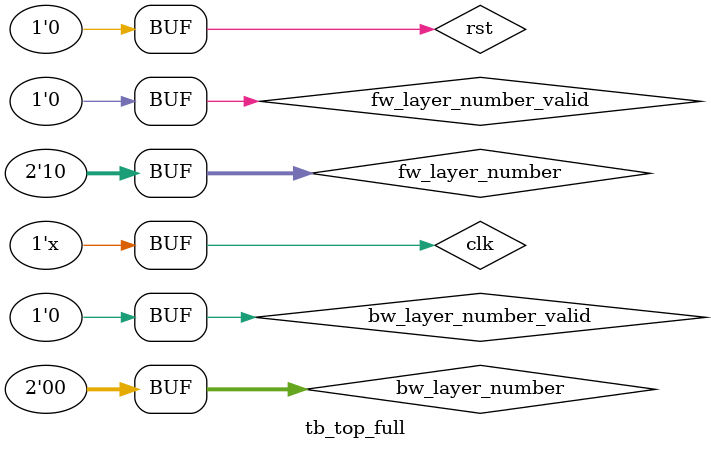
<source format=v>
module tb_top_full;

    parameter NEURON_NUM          = 4,
              NEURON_OUTPUT_WIDTH = 12,
              ACTIVATION_WIDTH    = 9,
              WEIGHT_CELL_WIDTH   = 16,
              DELTA_CELL_WIDTH    = 9,
              FRACTION            = 8,
              DATASET_ADDR_WIDTH  = 10,
              MAX_SAMPLES         = 1000,
              LAYER_ADDR_WIDTH    = 2,
              LEARNING_RATE_SHIFT = 0,
              LAYER_MAX           = 2,
              WEIGHT_INIT_FILE    = "weights4x4.list",
              INPUT_SAMPLES_FILE  = "inputs4.list",
              OUTPUT_SAMPLES_FILE = "targets4.list";

    ////////////////////////////////////////////////////////////////////////////////////////////////////
    // Wires & regs
    ////////////////////////////////////////////////////////////////////////////////////////////////////

    reg clk, rst;

    wire [NEURON_NUM*ACTIVATION_WIDTH-1:0] network_inputs, network_inputs_1, network_inputs_2, input_zero;
    wire network_inputs_valid, network_inputs_ready;
    wire network_inputs_1_valid, network_inputs_1_ready; 
    wire network_inputs_2_valid, network_inputs_2_ready;

    // stack input & predecessors
    wire [NEURON_NUM*NEURON_OUTPUT_WIDTH-1:0] stack_input, input_zero_extended; 
    wire stack_input_valid;
    wire stack_input_ready;
    wire input_zero_valid;
    wire input_zero_ready;

    wire [NEURON_NUM*ACTIVATION_WIDTH-1:0] network_targets;
    wire network_targets_valid, network_targets_ready;

    // weights for this layer
    wire [NEURON_NUM*NEURON_NUM*WEIGHT_CELL_WIDTH-1:0] weights;
    wire                                               weights_valid;
    wire                                               weights_ready;
    // current layer number 
    reg [LAYER_ADDR_WIDTH-1:0] fw_layer_number;
    reg  fw_layer_number_valid;
    wire fw_layer_number_ready;

    // splitter
    wire [LAYER_ADDR_WIDTH-1:0] layer_fifo_1, layer_fifo_2, layer_fifo_3, layer_fifo_4, layer_fifo_5;
    wire layer_fifo_1_valid, layer_fifo_2_valid, layer_fifo_3_valid, layer_fifo_4_valid, layer_fifo_5_valid;
    wire layer_fifo_1_ready, layer_fifo_2_ready, layer_fifo_3_ready, layer_fifo_4_ready, layer_fifo_5_ready;

    // outputs from the layer module
    wire [NEURON_NUM*NEURON_OUTPUT_WIDTH-1:0] current_layer_outputs;
    wire fw_overflow, bw_overflow;
    wire current_layer_outputs_valid;
    wire current_layer_outputs_ready;

    // backwards pass layer 
    reg [LAYER_ADDR_WIDTH-1:0] bw_layer_number;
    reg  bw_layer_number_valid;
    wire bw_layer_number_ready;

    // bw_layer splitter
    wire [LAYER_ADDR_WIDTH-1:0] bw_layer_fifo_1, bw_layer_fifo_2;
    wire bw_layer_fifo_1_valid, bw_layer_fifo_2_valid;
    wire bw_layer_fifo_1_ready, bw_layer_fifo_2_ready;

    wire [NEURON_NUM*NEURON_OUTPUT_WIDTH-1:0] stack_lower, stack_higher;
    wire stack_lower_valid, stack_lower_ready, stack_higher_valid, stack_higher_ready;

    ////////////////////////////////////////////////////////////////////////////////////////////////////
    // Datapath 
    ////////////////////////////////////////////////////////////////////////////////////////////////////

    fifo_splitter_parametrized #(LAYER_ADDR_WIDTH, 5) 
    layer_splitter (
        .clk           (clk               ),
        .rst           (rst               ),
        .data_in       (fw_layer_number      ),
        .data_in_valid (fw_layer_number_valid),
        .data_in_ready (fw_layer_number_ready),
        .data_out      ({layer_fifo_1, layer_fifo_2, layer_fifo_3, layer_fifo_4, layer_fifo_5}),
        .data_out_valid({layer_fifo_1_valid, layer_fifo_2_valid, layer_fifo_3_valid, layer_fifo_4_valid, layer_fifo_5_valid}),
        .data_out_ready({layer_fifo_1_ready, layer_fifo_2_ready, layer_fifo_3_ready, layer_fifo_4_ready, layer_fifo_5_ready})
    );

    fifo_splitter_parametrized #(LAYER_ADDR_WIDTH, 2)
    bw_layer_splitter (
        .clk           (clk                                           ),
        .rst           (rst                                           ),
        .data_in       (bw_layer_number                               ),
        .data_in_valid (bw_layer_number_valid                         ),
        .data_in_ready (bw_layer_number_ready                         ),
        .data_out      ({bw_layer_fifo_1,       bw_layer_fifo_2      }),
        .data_out_valid({bw_layer_fifo_1_valid, bw_layer_fifo_2_valid}),
        .data_out_ready({bw_layer_fifo_1_ready, bw_layer_fifo_2_ready})
    );


    dataset #(
        .NEURON_NUM         (NEURON_NUM         ),
        .ACTIVATION_WIDTH   (ACTIVATION_WIDTH   ),
        .DATASET_ADDR_WIDTH (DATASET_ADDR_WIDTH ),
        .MAX_SAMPLES        (MAX_SAMPLES        ),
        .INPUT_SAMPLES_FILE (INPUT_SAMPLES_FILE ),
        .OUTPUT_SAMPLES_FILE(OUTPUT_SAMPLES_FILE)
    ) dataset (
        .clk                  (clk                  ),
        .rst                  (rst                  ),
        .network_inputs       (network_inputs       ),
        .network_inputs_valid (network_inputs_valid ),
        .network_inputs_ready (network_inputs_ready ),
        .network_outputs      (network_targets      ),
        .network_outputs_valid(network_targets_valid),
        .network_outputs_ready(network_targets_ready)
    );


    fifo_splitter2 #(NEURON_NUM*ACTIVATION_WIDTH) 
    input_splitter (
        .clk            (clk                   ),
        .rst            (rst                   ),
        .data_in        (network_inputs        ),
        .data_in_valid  (network_inputs_valid  ),
        .data_in_ready  (network_inputs_ready  ),
        .data_out1      (network_inputs_1      ),
        .data_out1_valid(network_inputs_1_valid),
        .data_out1_ready(network_inputs_1_ready),
        .data_out2      (network_inputs_2      ),
        .data_out2_valid(network_inputs_2_valid),
        .data_out2_ready(network_inputs_2_ready)
    );


    fifo_gate #(NEURON_NUM*ACTIVATION_WIDTH) 
    gate (
        .clk         (clk                   ),
        .rst         (rst                   ),
        .data        (network_inputs_2      ),
        .data_valid  (network_inputs_2_valid),
        .data_ready  (network_inputs_2_ready),
        .pass        (layer_fifo_1 == 0     ),
        .pass_valid  (layer_fifo_1_valid    ),
        .pass_ready  (layer_fifo_1_ready    ),
        .result      (input_zero            ),
        .result_valid(input_zero_valid      ),
        .result_ready(input_zero_ready      )
    );

    extend #(NEURON_NUM, ACTIVATION_WIDTH, NEURON_OUTPUT_WIDTH-ACTIVATION_WIDTH)
    extend (
        .in(input_zero),
        .out(input_zero_extended)
    );


    forward #(
        .NEURON_NUM         (NEURON_NUM         ),
        .NEURON_OUTPUT_WIDTH(NEURON_OUTPUT_WIDTH),
        .ACTIVATION_WIDTH   (ACTIVATION_WIDTH   ),
        .LAYER_ADDR_WIDTH   (LAYER_ADDR_WIDTH   ),
        .LAYER_MAX          (LAYER_MAX          ),
        .WEIGHT_CELL_WIDTH  (WEIGHT_CELL_WIDTH  ),
        .FRACTION           (FRACTION           )
    ) forward (
        .clk                        (clk                        ),
        .rst                        (rst                        ),
        .curr_neurons               (NEURON_NUM                 ),
        .curr_neurons_valid         (1'b1                       ),
        .curr_neurons_ready         (                           ),
        .prev_neurons               (NEURON_NUM                 ),
        .prev_neurons_valid         (1'b1                       ),
        .prev_neurons_ready         (                           ),
        .start_inputs               (network_inputs_1           ),
        .start_inputs_valid         (network_inputs_1_valid     ),
        .start_inputs_ready         (network_inputs_1_ready     ),
        .weights                    (weights                    ),
        .weights_valid              (weights_valid              ),
        .weights_ready              (weights_ready              ),
        .layer_number               (layer_fifo_4               ),
        .layer_number_valid         (layer_fifo_4_valid         ),
        .layer_number_ready         (layer_fifo_4_ready         ),
        .current_layer_outputs      (current_layer_outputs      ),
        .overflow                   (fw_overflow                ),
        .current_layer_outputs_valid(current_layer_outputs_valid),
        .current_layer_outputs_ready(current_layer_outputs_ready)
    );


    fifo_mux2 #(NEURON_NUM*NEURON_OUTPUT_WIDTH)
    mux (
        .clk         (clk                        ),
        .rst         (rst                        ),
        .a           (current_layer_outputs      ),
        .a_valid     (current_layer_outputs_valid),
        .a_ready     (current_layer_outputs_ready),
        .b           (input_zero_extended        ),
        .b_valid     (input_zero_valid           ),
        .b_ready     (input_zero_ready           ),
        .select      (layer_fifo_2 == 0          ),
        .select_valid(layer_fifo_2_valid         ),
        .select_ready(layer_fifo_2_ready         ),
        .result      (stack_input                ),
        .result_valid(stack_input_valid          ),
        .result_ready(stack_input_ready          )
    );


    activation_stack 
    #(
        .NEURON_NUM      (NEURON_NUM         ),
        .ACTIVATION_WIDTH(NEURON_OUTPUT_WIDTH),
        .STACK_ADDR_WIDTH(LAYER_MAX          ))
    stack (
        .clk                     (clk                  ),
        .input_data              (stack_input          ),
        .input_data_valid        (stack_input_valid    ),
        .input_data_ready        (stack_input_ready    ),
        .input_addr              (layer_fifo_3         ),
        .input_addr_valid        (layer_fifo_3_valid   ),
        .input_addr_ready        (layer_fifo_3_ready   ),
        .output_addr             (bw_layer_fifo_1      ),
        .output_addr_valid       (bw_layer_fifo_1_valid),
        .output_addr_ready       (bw_layer_fifo_1_ready),
        .output_data_lower       (stack_lower          ),
        .output_data_lower_valid (stack_lower_valid    ),
        .output_data_lower_ready (stack_lower_ready    ),
        .output_data_higher      (stack_higher         ),
        .output_data_higher_valid(stack_higher_valid   ),
        .output_data_higher_ready(stack_higher_ready   )
    );



    backpropagator #(
        .NEURON_NUM         (NEURON_NUM         ),
        .NEURON_OUTPUT_WIDTH(NEURON_OUTPUT_WIDTH),
        .ACTIVATION_WIDTH   (ACTIVATION_WIDTH   ),
        .DELTA_CELL_WIDTH   (DELTA_CELL_WIDTH   ),
        .WEIGHT_CELL_WIDTH  (WEIGHT_CELL_WIDTH  ),
        .FRACTION_WIDTH     (FRACTION           ),
        .LEARNING_RATE_SHIFT(LEARNING_RATE_SHIFT),
        .LAYER_ADDR_WIDTH   (LAYER_ADDR_WIDTH   ),
        .LAYER_MAX          (LAYER_MAX          ),
        .WEIGHT_INIT_FILE   (WEIGHT_INIT_FILE   )
    ) backpropagator (
        .clk           (clk                  ),
        .rst           (rst                  ),
        .layer_bw      (bw_layer_fifo_2      ),
        .layer_bw_valid(bw_layer_fifo_2_valid),
        .layer_bw_ready(bw_layer_fifo_2_ready),
        .layer_fw      (layer_fifo_5         ),
        .layer_fw_valid(layer_fifo_5_valid   ),
        .layer_fw_ready(layer_fifo_5_ready   ),
        .sample        (network_targets      ),
        .sample_valid  (network_targets_valid),
        .sample_ready  (network_targets_ready),
        .z             (stack_lower          ),
        .z_valid       (stack_lower_valid    ),
        .z_ready       (stack_lower_ready    ),
        .z_prev        (stack_higher         ),
        .z_prev_valid  (stack_higher_valid   ),
        .z_prev_ready  (stack_higher_ready   ),
        .weights       (weights              ),
        .weights_valid (weights_valid        ),
        .weights_ready (weights_ready        ),
        .error         (bw_overflow          )
    );

    ////////////////////////////////////////////////////////////////////////////////////////////////////
    // Testing  
    ////////////////////////////////////////////////////////////////////////////////////////////////////

    always 
        #1 clk <= ~clk;


    initial begin
        clk <= 0;
        rst <= 1;

        fw_layer_number <= 0;
        fw_layer_number_valid <= 0;

        bw_layer_number       <= 0;
        bw_layer_number_valid <= 0;


        #20 rst <= 0;

        #20 fw_layer_number <= 0;
            fw_layer_number_valid <= 1;
        #2  fw_layer_number_valid <= 0;

        #40 fw_layer_number <= 1;
            fw_layer_number_valid <= 1;
        #2  fw_layer_number_valid <= 0;

        #40 fw_layer_number <= 2;
            fw_layer_number_valid <= 1;
        #2  fw_layer_number_valid <= 0;

        #60 bw_layer_number <= 1;
            bw_layer_number_valid <= 1;
        #2  bw_layer_number_valid <= 0;

        #60 bw_layer_number <= 0;
            bw_layer_number_valid <= 1;
        #2  bw_layer_number_valid <= 0;

    end

endmodule

</source>
